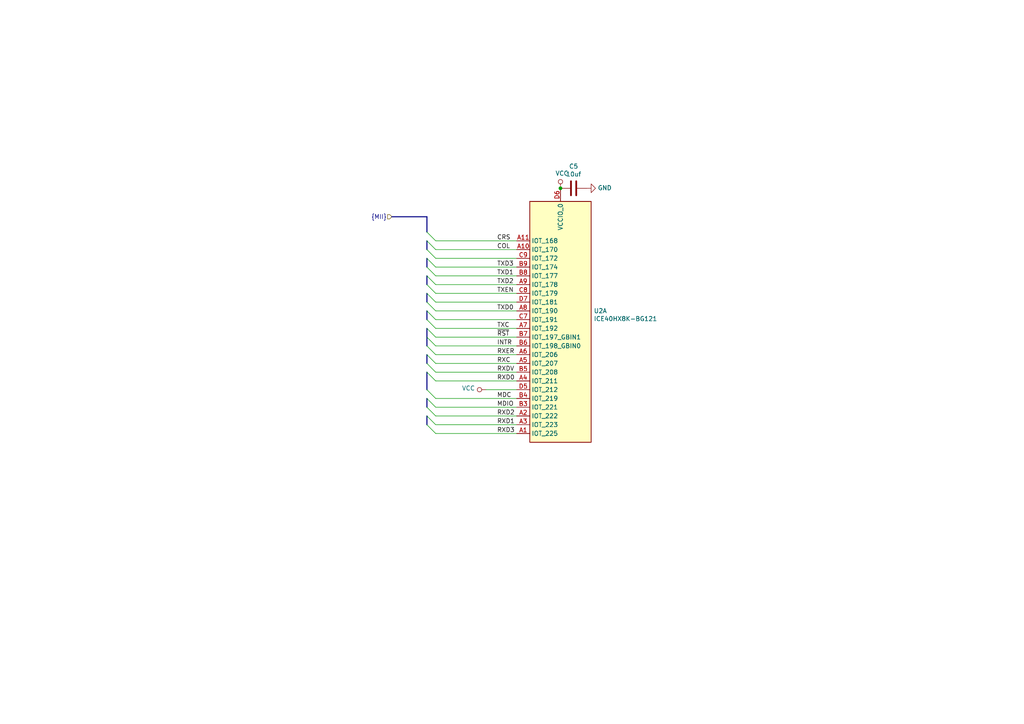
<source format=kicad_sch>
(kicad_sch (version 20200618) (host eeschema "5.99.0-unknown-af8f05d~101~ubuntu20.04.1")
  (page 1 7)
  (paper "A4")
  (title_block (rev "TEST"))
  (lib_symbols
    (symbol "Device:C" (pin_numbers hide) (pin_names (offset 0.254))
      (property "Reference" "C" (at 0.635 2.54 0))
      (property "Value" "C" (at 0.635 -2.54 0))
      (symbol "C_0_1"
        (polyline (pts (xy -2.032 -0.762) (xy 2.032 -0.762)) (stroke (width 0.508)))
        (polyline (pts (xy -2.032 0.762) (xy 2.032 0.762)) (stroke (width 0.508)))
      )
      (symbol "C_1_1"
        (pin passive line (at 0 3.81 270) (length 2.794) (name "~") (number "1"))
        (pin passive line (at 0 -3.81 90) (length 2.794) (name "~") (number "2"))
      )
    )
    (symbol "FPGA_Lattice:ICE40HX8K-BG121" (pin_names (offset 0.508))
      (property "Reference" "U" (at 2.54 44.45 0))
      (property "Value" "ICE40HX8K-BG121" (at 10.16 41.91 0))
      (symbol "ICE40HX8K-BG121_1_1"
        (rectangle (start -8.89 31.75) (end 8.89 -38.1) (stroke (width 0.254)) (fill (type background)))
        (pin bidirectional line (at -12.7 -35.56 0) (length 3.81) (name "IOT_225") (number "A1"))
        (pin bidirectional line (at -12.7 17.78 0) (length 3.81) (name "IOT_170") (number "A10"))
        (pin bidirectional line (at -12.7 20.32 0) (length 3.81) (name "IOT_168") (number "A11"))
        (pin bidirectional line (at -12.7 -30.48 0) (length 3.81) (name "IOT_222") (number "A2"))
        (pin bidirectional line (at -12.7 -33.02 0) (length 3.81) (name "IOT_223") (number "A3"))
        (pin bidirectional line (at -12.7 -20.32 0) (length 3.81) (name "IOT_211") (number "A4"))
        (pin bidirectional line (at -12.7 -15.24 0) (length 3.81) (name "IOT_207") (number "A5"))
        (pin bidirectional line (at -12.7 -12.7 0) (length 3.81) (name "IOT_206") (number "A6"))
        (pin bidirectional line (at -12.7 -5.08 0) (length 3.81) (name "IOT_192") (number "A7"))
        (pin bidirectional line (at -12.7 0 0) (length 3.81) (name "IOT_190") (number "A8"))
        (pin bidirectional line (at -12.7 7.62 0) (length 3.81) (name "IOT_178") (number "A9"))
        (pin bidirectional line (at -12.7 -27.94 0) (length 3.81) (name "IOT_221") (number "B3"))
        (pin bidirectional line (at -12.7 -25.4 0) (length 3.81) (name "IOT_219") (number "B4"))
        (pin bidirectional line (at -12.7 -17.78 0) (length 3.81) (name "IOT_208") (number "B5"))
        (pin bidirectional line (at -12.7 -10.16 0) (length 3.81) (name "IOT_198_GBIN0") (number "B6"))
        (pin bidirectional line (at -12.7 -7.62 0) (length 3.81) (name "IOT_197_GBIN1") (number "B7"))
        (pin bidirectional line (at -12.7 10.16 0) (length 3.81) (name "IOT_177") (number "B8"))
        (pin bidirectional line (at -12.7 12.7 0) (length 3.81) (name "IOT_174") (number "B9"))
        (pin bidirectional line (at -12.7 -2.54 0) (length 3.81) (name "IOT_191") (number "C7"))
        (pin bidirectional line (at -12.7 5.08 0) (length 3.81) (name "IOT_179") (number "C8"))
        (pin bidirectional line (at -12.7 15.24 0) (length 3.81) (name "IOT_172") (number "C9"))
        (pin bidirectional line (at -12.7 -22.86 0) (length 3.81) (name "IOT_212") (number "D5"))
        (pin power_in line (at 0 35.56 270) (length 3.81) (name "VCCIO_0") (number "D6"))
        (pin bidirectional line (at -12.7 2.54 0) (length 3.81) (name "IOT_181") (number "D7"))
      )
      (symbol "ICE40HX8K-BG121_2_1"
        (rectangle (start -8.89 31.75) (end 8.89 -33.02) (stroke (width 0.254)) (fill (type background)))
        (pin bidirectional line (at -12.7 -30.48 0) (length 3.81) (name "IOR_161") (number "B11"))
        (pin bidirectional line (at -12.7 -27.94 0) (length 3.81) (name "IOR_160") (number "C11"))
        (pin bidirectional line (at -12.7 -25.4 0) (length 3.81) (name "IOR_154") (number "D10"))
        (pin bidirectional line (at -12.7 -22.86 0) (length 3.81) (name "IOR_152") (number "D11"))
        (pin bidirectional line (at -12.7 -17.78 0) (length 3.81) (name "IOR_147") (number "D9"))
        (pin bidirectional line (at -12.7 -10.16 0) (length 3.81) (name "IOR_141_GBIN2") (number "E10"))
        (pin bidirectional line (at -12.7 -20.32 0) (length 3.81) (name "IOR_148") (number "E11"))
        (pin bidirectional line (at -12.7 -15.24 0) (length 3.81) (name "IOR_146") (number "E8"))
        (pin bidirectional line (at -12.7 -12.7 0) (length 3.81) (name "IOR_144") (number "E9"))
        (pin bidirectional line (at -12.7 -2.54 0) (length 3.81) (name "IOR_136") (number "F10"))
        (pin bidirectional line (at -12.7 -7.62 0) (length 3.81) (name "IOR_140_GBIN3") (number "F11"))
        (pin power_in line (at 0 35.56 270) (length 3.81) (name "VCCIO_1") (number "F8"))
        (pin bidirectional line (at -12.7 -5.08 0) (length 3.81) (name "IOR_137") (number "F9"))
        (pin bidirectional line (at -12.7 5.08 0) (length 3.81) (name "IOR_120") (number "G10"))
        (pin bidirectional line (at -12.7 0 0) (length 3.81) (name "IOR_129") (number "G11"))
        (pin bidirectional line (at -12.7 10.16 0) (length 3.81) (name "IOR_118") (number "G8"))
        (pin bidirectional line (at -12.7 2.54 0) (length 3.81) (name "IOR_128") (number "G9"))
        (pin bidirectional line (at -12.7 15.24 0) (length 3.81) (name "IOR_116") (number "H10"))
        (pin bidirectional line (at -12.7 7.62 0) (length 3.81) (name "IOR_119") (number "H11"))
        (pin bidirectional line (at -12.7 12.7 0) (length 3.81) (name "IOR_117") (number "J10"))
        (pin bidirectional line (at -12.7 20.32 0) (length 3.81) (name "IOR_114") (number "J11"))
        (pin bidirectional line (at -12.7 17.78 0) (length 3.81) (name "IOR_115") (number "K11"))
      )
      (symbol "ICE40HX8K-BG121_3_1"
        (rectangle (start -11.43 29.21) (end 11.43 -31.75) (stroke (width 0.254)) (fill (type background)))
        (pin power_in line (at 0 33.02 270) (length 3.81) (name "VCCIO_2") (number "H6"))
        (pin bidirectional line (at -15.24 -15.24 0) (length 3.81) (name "IOB_87") (number "H7"))
        (pin bidirectional line (at -15.24 -27.94 0) (length 3.81) (name "IOB_104_CBSEL1") (number "H9"))
        (pin bidirectional line (at -15.24 15.24 0) (length 3.81) (name "IOB_57") (number "J3"))
        (pin bidirectional line (at -15.24 7.62 0) (length 3.81) (name "IOB_64") (number "J4"))
        (pin bidirectional line (at -15.24 -2.54 0) (length 3.81) (name "IOB_78") (number "J5"))
        (pin bidirectional line (at -15.24 -12.7 0) (length 3.81) (name "IOB_86") (number "J7"))
        (pin bidirectional line (at -15.24 -20.32 0) (length 3.81) (name "IOB_91") (number "J8"))
        (pin bidirectional line (at -15.24 10.16 0) (length 3.81) (name "IOB_63") (number "K3"))
        (pin bidirectional line (at -15.24 0 0) (length 3.81) (name "IOB_73") (number "K4"))
        (pin bidirectional line (at -15.24 -5.08 0) (length 3.81) (name "IOB_79") (number "K5"))
        (pin bidirectional line (at -15.24 -10.16 0) (length 3.81) (name "IOB_82_GBIN4") (number "K6"))
        (pin bidirectional line (at -15.24 -17.78 0) (length 3.81) (name "IOB_89") (number "K7"))
        (pin open_collector line (at 15.24 25.4 180) (length 3.81) (name "CDONE") (number "K8"))
        (pin bidirectional line (at -15.24 17.78 0) (length 3.81) (name "IOB_56") (number "L1"))
        (pin bidirectional line (at -15.24 12.7 0) (length 3.81) (name "IOB_61") (number "L2"))
        (pin bidirectional line (at -15.24 5.08 0) (length 3.81) (name "IOB_71") (number "L3"))
        (pin bidirectional line (at -15.24 2.54 0) (length 3.81) (name "IOB_72") (number "L4"))
        (pin bidirectional line (at -15.24 -7.62 0) (length 3.81) (name "IOB_81_GBIN5") (number "L5"))
        (pin bidirectional line (at -15.24 -22.86 0) (length 3.81) (name "IOB_94") (number "L7"))
        (pin bidirectional line (at -15.24 -25.4 0) (length 3.81) (name "IOB_103_CBSEL0") (number "L8"))
        (pin input line (at -15.24 25.4 0) (length 3.81) (name "~CRESET") (number "L9"))
      )
      (symbol "ICE40HX8K-BG121_4_1"
        (rectangle (start -8.89 39.37) (end 8.89 -39.37) (stroke (width 0.254)) (fill (type background)))
        (pin bidirectional line (at -12.7 27.94 0) (length 3.81) (name "IOL_2A") (number "B1"))
        (pin bidirectional line (at -12.7 25.4 0) (length 3.81) (name "IOL_2B") (number "B2"))
        (pin bidirectional line (at -12.7 15.24 0) (length 3.81) (name "IOL_5B") (number "C1"))
        (pin bidirectional line (at -12.7 17.78 0) (length 3.81) (name "IOL_5A") (number "C2"))
        (pin bidirectional line (at -12.7 20.32 0) (length 3.81) (name "IOL_4B") (number "C3"))
        (pin bidirectional line (at -12.7 22.86 0) (length 3.81) (name "IOL_4A") (number "C4"))
        (pin bidirectional line (at -12.7 10.16 0) (length 3.81) (name "IOL_8B") (number "D1"))
        (pin bidirectional line (at -12.7 7.62 0) (length 3.81) (name "IOL_9A") (number "D2"))
        (pin bidirectional line (at -12.7 5.08 0) (length 3.81) (name "IOL_9B") (number "D3"))
        (pin bidirectional line (at -12.7 12.7 0) (length 3.81) (name "IOL_8A") (number "E1"))
        (pin bidirectional line (at -12.7 2.54 0) (length 3.81) (name "IOL_10A") (number "E2"))
        (pin bidirectional line (at -12.7 0 0) (length 3.81) (name "IOL_10B") (number "E3"))
        (pin power_in line (at 0 43.18 270) (length 3.81) (name "VCCIO_3") (number "E4"))
        (pin bidirectional line (at -12.7 -2.54 0) (length 3.81) (name "IOL_12A") (number "F1"))
        (pin bidirectional line (at -12.7 -5.08 0) (length 3.81) (name "IOL_12B") (number "F2"))
        (pin bidirectional line (at -12.7 -10.16 0) (length 3.81) (name "IOL_13B_GBIN7") (number "F3"))
        (pin bidirectional line (at -12.7 -7.62 0) (length 3.81) (name "IOL_13A") (number "F4"))
        (pin bidirectional line (at -12.7 -12.7 0) (length 3.81) (name "IOL_14A_GBIN6") (number "G1"))
        (pin bidirectional line (at -12.7 -15.24 0) (length 3.81) (name "IOL_14B") (number "G2"))
        (pin bidirectional line (at -12.7 -17.78 0) (length 3.81) (name "IOL_17A") (number "G3"))
        (pin passive line (at 0 43.18 270) (length 3.81) hide (name "VCCIO_3") (number "G4"))
        (pin bidirectional line (at -12.7 -22.86 0) (length 3.81) (name "IOL_18A") (number "H1"))
        (pin bidirectional line (at -12.7 -25.4 0) (length 3.81) (name "IOL_18B") (number "H2"))
        (pin bidirectional line (at -12.7 -20.32 0) (length 3.81) (name "IOL_17B") (number "H3"))
        (pin bidirectional line (at -12.7 -27.94 0) (length 3.81) (name "IOL_23A") (number "J1"))
        (pin bidirectional line (at -12.7 -35.56 0) (length 3.81) (name "IOL_25B") (number "J2"))
        (pin bidirectional line (at -12.7 -30.48 0) (length 3.81) (name "IOL_23B") (number "K1"))
        (pin bidirectional line (at -12.7 -33.02 0) (length 3.81) (name "IOL_25A") (number "K2"))
      )
      (symbol "ICE40HX8K-BG121_5_1"
        (rectangle (start -11.43 13.97) (end 11.43 -13.97) (stroke (width 0.254)) (fill (type background)))
        (pin power_in line (at -2.54 17.78 270) (length 3.81) (name "VPP_FAST") (number "B10"))
        (pin power_in line (at 0 17.78 270) (length 3.81) (name "VPP_2V5") (number "C10"))
        (pin power_in line (at 15.24 -10.16 180) (length 3.81) (name "GNDPLL1") (number "C5"))
        (pin power_in line (at 15.24 -2.54 180) (length 3.81) (name "VCCPLL1") (number "C6"))
        (pin passive line (at 2.54 17.78 270) (length 3.81) hide (name "VCC") (number "D4"))
        (pin power_in line (at 2.54 17.78 270) (length 3.81) (name "VCC") (number "D8"))
        (pin power_in line (at -7.62 -17.78 90) (length 3.81) (name "GND") (number "E5"))
        (pin passive line (at -7.62 -17.78 90) (length 3.81) hide (name "GND") (number "E6"))
        (pin passive line (at -7.62 -17.78 90) (length 3.81) hide (name "GND") (number "E7"))
        (pin passive line (at -7.62 -17.78 90) (length 3.81) hide (name "GND") (number "F5"))
        (pin passive line (at -7.62 -17.78 90) (length 3.81) hide (name "GND") (number "F6"))
        (pin passive line (at -7.62 -17.78 90) (length 3.81) hide (name "GND") (number "F7"))
        (pin passive line (at -7.62 -17.78 90) (length 3.81) hide (name "GND") (number "G5"))
        (pin passive line (at -7.62 -17.78 90) (length 3.81) hide (name "GND") (number "G6"))
        (pin passive line (at -7.62 -17.78 90) (length 3.81) hide (name "GND") (number "G7"))
        (pin passive line (at 2.54 17.78 270) (length 3.81) hide (name "VCC") (number "H4"))
        (pin passive line (at -7.62 -17.78 90) (length 3.81) hide (name "GND") (number "H5"))
        (pin passive line (at 2.54 17.78 270) (length 3.81) hide (name "VCC") (number "H8"))
        (pin power_in line (at 15.24 7.62 180) (length 3.81) (name "VCCPLL0") (number "J6"))
        (pin bidirectional line (at -15.24 0 0) (length 3.81) (name "IOB_106_SDI") (number "J9"))
        (pin bidirectional line (at -15.24 -5.08 0) (length 3.81) (name "IOB_108_SS") (number "K10"))
        (pin bidirectional line (at -15.24 2.54 0) (length 3.81) (name "IOB_105_SDO") (number "K9"))
        (pin bidirectional line (at -15.24 -2.54 0) (length 3.81) (name "IOB_107_SCK") (number "L10"))
        (pin power_in line (at -7.62 17.78 270) (length 3.81) (name "VCC_SPI") (number "L11"))
        (pin power_in line (at 15.24 0 180) (length 3.81) (name "GNDPLL0") (number "L6"))
      )
    )
    (symbol "power:GND" (power) (pin_names (offset 0))
      (property "Value" "GND" (at 0 -3.81 0))
      (symbol "GND_0_1"
        (polyline (pts (xy 0 0) (xy 0 -1.27) (xy 1.27 -1.27) (xy 0 -2.54) (xy -1.27 -1.27) (xy 0 -1.27)))
      )
      (symbol "GND_1_1"
        (pin power_in line (at 0 0 270) (length 0) hide (name "GND") (number "1"))
      )
    )
    (symbol "power:VCC" (power) (pin_names (offset 0))
      (property "Value" "VCC" (at 0 3.81 0))
      (symbol "VCC_0_1"
        (circle (center 0 1.905) (radius 0.635))
        (polyline (pts (xy 0 0) (xy 0 1.27)))
      )
      (symbol "VCC_1_1"
        (pin power_in line (at 0 0 90) (length 0) hide (name "VCC") (number "1"))
      )
    )
  )
  (junction (at 162.56 54.61))
  (bus_entry (at 123.825 67.31) (size 2.54 2.54) (stroke (width 0.1524)))
  (bus_entry (at 123.825 69.85) (size 2.54 2.54) (stroke (width 0.1524)))
  (bus_entry (at 123.825 72.39) (size 2.54 2.54) (stroke (width 0.1524)))
  (bus_entry (at 123.825 74.93) (size 2.54 2.54) (stroke (width 0.1524)))
  (bus_entry (at 123.825 77.47) (size 2.54 2.54) (stroke (width 0.1524)))
  (bus_entry (at 123.825 80.01) (size 2.54 2.54) (stroke (width 0.1524)))
  (bus_entry (at 123.825 82.55) (size 2.54 2.54) (stroke (width 0.1524)))
  (bus_entry (at 123.825 85.09) (size 2.54 2.54) (stroke (width 0.1524)))
  (bus_entry (at 123.825 87.63) (size 2.54 2.54) (stroke (width 0.1524)))
  (bus_entry (at 123.825 90.17) (size 2.54 2.54) (stroke (width 0.1524)))
  (bus_entry (at 123.825 92.71) (size 2.54 2.54) (stroke (width 0.1524)))
  (bus_entry (at 123.825 95.25) (size 2.54 2.54) (stroke (width 0.1524)))
  (bus_entry (at 123.825 97.79) (size 2.54 2.54) (stroke (width 0.1524)))
  (bus_entry (at 123.825 100.33) (size 2.54 2.54) (stroke (width 0.1524)))
  (bus_entry (at 123.825 102.87) (size 2.54 2.54) (stroke (width 0.1524)))
  (bus_entry (at 123.825 105.41) (size 2.54 2.54) (stroke (width 0.1524)))
  (bus_entry (at 123.825 107.95) (size 2.54 2.54) (stroke (width 0.1524)))
  (bus_entry (at 123.825 113.03) (size 2.54 2.54) (stroke (width 0.1524)))
  (bus_entry (at 123.825 115.57) (size 2.54 2.54) (stroke (width 0.1524)))
  (bus_entry (at 123.825 118.11) (size 2.54 2.54) (stroke (width 0.1524)))
  (bus_entry (at 123.825 120.65) (size 2.54 2.54) (stroke (width 0.1524)))
  (bus_entry (at 123.825 123.19) (size 2.54 2.54) (stroke (width 0.1524)))
  (wire (pts (xy 126.365 69.85) (xy 149.86 69.85)))
  (wire (pts (xy 126.365 72.39) (xy 149.86 72.39)))
  (wire (pts (xy 126.365 74.93) (xy 149.86 74.93)))
  (wire (pts (xy 126.365 77.47) (xy 149.86 77.47)))
  (wire (pts (xy 126.365 80.01) (xy 149.86 80.01)))
  (wire (pts (xy 126.365 82.55) (xy 149.86 82.55)))
  (wire (pts (xy 126.365 85.09) (xy 149.86 85.09)))
  (wire (pts (xy 126.365 87.63) (xy 149.86 87.63)))
  (wire (pts (xy 126.365 90.17) (xy 149.86 90.17)))
  (wire (pts (xy 126.365 92.71) (xy 149.86 92.71)))
  (wire (pts (xy 126.365 95.25) (xy 149.86 95.25)))
  (wire (pts (xy 126.365 97.79) (xy 149.86 97.79)))
  (wire (pts (xy 126.365 100.33) (xy 149.86 100.33)))
  (wire (pts (xy 126.365 102.87) (xy 149.86 102.87)))
  (wire (pts (xy 126.365 105.41) (xy 149.86 105.41)))
  (wire (pts (xy 126.365 107.95) (xy 149.86 107.95)))
  (wire (pts (xy 126.365 110.49) (xy 149.86 110.49)))
  (wire (pts (xy 126.365 115.57) (xy 149.86 115.57)))
  (wire (pts (xy 126.365 118.11) (xy 149.86 118.11)))
  (wire (pts (xy 126.365 120.65) (xy 149.86 120.65)))
  (wire (pts (xy 126.365 123.19) (xy 149.86 123.19)))
  (wire (pts (xy 126.365 125.73) (xy 149.86 125.73)))
  (wire (pts (xy 140.97 113.03) (xy 149.86 113.03)))
  (bus (pts (xy 113.665 62.865) (xy 123.825 62.865)))
  (bus (pts (xy 123.825 62.865) (xy 123.825 69.85)))
  (bus (pts (xy 123.825 69.85) (xy 123.825 74.93)))
  (bus (pts (xy 123.825 74.93) (xy 123.825 80.01)))
  (bus (pts (xy 123.825 80.01) (xy 123.825 85.09)))
  (bus (pts (xy 123.825 85.09) (xy 123.825 90.17)))
  (bus (pts (xy 123.825 90.17) (xy 123.825 95.25)))
  (bus (pts (xy 123.825 95.25) (xy 123.825 97.79)))
  (bus (pts (xy 123.825 97.79) (xy 123.825 102.87)))
  (bus (pts (xy 123.825 102.87) (xy 123.825 107.95)))
  (bus (pts (xy 123.825 107.95) (xy 123.825 115.57)))
  (bus (pts (xy 123.825 115.57) (xy 123.825 120.65)))
  (bus (pts (xy 123.825 120.65) (xy 123.825 123.19)))
  (label "CRS" (at 144.145 69.85 0))
  (label "COL" (at 144.145 72.39 0))
  (label "TXD3" (at 144.145 77.47 0))
  (label "TXD1" (at 144.145 80.01 0))
  (label "TXD2" (at 144.145 82.55 0))
  (label "TXEN" (at 144.145 85.09 0))
  (label "TXD0" (at 144.145 90.17 0))
  (label "TXC" (at 144.145 95.25 0))
  (label "~RST" (at 144.145 97.79 0))
  (label "INTR" (at 144.145 100.33 0))
  (label "RXER" (at 144.145 102.87 0))
  (label "RXC" (at 144.145 105.41 0))
  (label "RXDV" (at 144.145 107.95 0))
  (label "RXD0" (at 144.145 110.49 0))
  (label "MDC" (at 144.145 115.57 0))
  (label "MDIO" (at 144.145 118.11 0))
  (label "RXD2" (at 144.145 120.65 0))
  (label "RXD1" (at 144.145 123.19 0))
  (label "RXD3" (at 144.145 125.73 0))
  (hierarchical_label "{MII}" (shape input) (at 113.665 62.865 180))
  (symbol (lib_id "power:VCC") (at 140.97 113.03 90) (unit 1)
    (property "Reference" "#PWR0169" (effects hide))
    (property "Value" "VCC" (at 137.7949 112.5982 90) (effects (justify left)))
  )
  (symbol (lib_id "power:VCC") (at 162.56 54.61 0) (unit 1)
    (property "Reference" "#PWR0106" (effects hide))
    (property "Value" "VCC" (at 162.9918 50.2856 0))
  )
  (symbol (lib_id "power:GND") (at 170.18 54.61 90) (unit 1)
    (property "Reference" "#PWR0107" (effects hide))
    (property "Value" "GND" (at 173.3551 54.4957 90) (effects (justify right)))
  )
  (symbol (lib_id "Device:C") (at 166.37 54.61 90) (unit 1)
    (property "Reference" "C5" (at 166.37 48.2408 90))
    (property "Value" "10uf" (at 166.37 50.5395 90))
    (property "Footprint" "Capacitor_SMD:C_0402_1005Metric" (effects hide))
    (property "Source" "ANY" (effects hide))
  )
  (symbol (lib_id "FPGA_Lattice:ICE40HX8K-BG121") (at 162.56 90.17 0) (unit 1)
    (property "Reference" "U2" (at 172.2121 90.1636 0) (effects (justify left)))
    (property "Value" "ICE40HX8K-BG121" (at 172.2121 92.4623 0) (effects (justify left)))
    (property "Footprint" "Package_BGA:BGA-121_9.0x9.0mm_Layout11x11_P0.8mm_Ball0.4mm_Pad0.35mm_NSMD" (effects hide))
    (property "Datasheet" "http://www.latticesemi.com/Products/FPGAandCPLD/iCE40" (effects hide))
    (property "Source" "ANY" (effects hide))
  )
)
</source>
